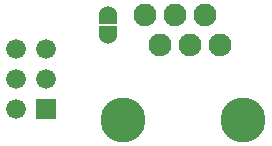
<source format=gbr>
G04 start of page 7 for group -4062 idx -4062 *
G04 Title: (unknown), soldermask *
G04 Creator: pcb 20140316 *
G04 CreationDate: Sat 04 Mar 2017 04:47:27 AM GMT UTC *
G04 For: petersen *
G04 Format: Gerber/RS-274X *
G04 PCB-Dimensions (mil): 1000.00 1100.00 *
G04 PCB-Coordinate-Origin: lower left *
%MOIN*%
%FSLAX25Y25*%
%LNBOTTOMMASK*%
%ADD59R,0.0300X0.0300*%
%ADD58C,0.0600*%
%ADD57C,0.1500*%
%ADD56C,0.0660*%
%ADD55C,0.0001*%
%ADD54C,0.0760*%
G54D54*X58000Y67000D03*
G54D55*G36*
X21700Y39000D02*Y32400D01*
X28300D01*
Y39000D01*
X21700D01*
G37*
G54D56*X25000Y45700D03*
Y55700D03*
X15000Y35700D03*
Y45700D03*
Y55700D03*
G54D54*X63000Y57000D03*
G54D57*X50500Y32000D03*
G54D54*X68000Y67000D03*
X73000Y57000D03*
X83000D03*
G54D57*X90500Y32000D03*
G54D54*X78000Y67000D03*
G54D58*X45500D03*
G54D59*X44000Y65500D02*X47000D01*
G54D58*X45500Y60200D03*
G54D59*X44000Y61700D02*X47000D01*
M02*

</source>
